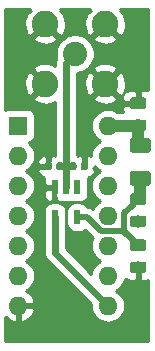
<source format=gbr>
G04 #@! TF.GenerationSoftware,KiCad,Pcbnew,(5.1.4)-1*
G04 #@! TF.CreationDate,2019-10-02T12:40:23-04:00*
G04 #@! TF.ProjectId,clock_buffer,636c6f63-6b5f-4627-9566-6665722e6b69,rev?*
G04 #@! TF.SameCoordinates,Original*
G04 #@! TF.FileFunction,Copper,L1,Top*
G04 #@! TF.FilePolarity,Positive*
%FSLAX46Y46*%
G04 Gerber Fmt 4.6, Leading zero omitted, Abs format (unit mm)*
G04 Created by KiCad (PCBNEW (5.1.4)-1) date 2019-10-02 12:40:23*
%MOMM*%
%LPD*%
G04 APERTURE LIST*
%ADD10C,0.100000*%
%ADD11C,0.975000*%
%ADD12C,0.590000*%
%ADD13R,0.590000X1.210000*%
%ADD14C,1.250000*%
%ADD15O,1.600000X1.600000*%
%ADD16R,1.600000X1.600000*%
%ADD17C,2.250000*%
%ADD18C,2.050000*%
%ADD19C,0.800000*%
%ADD20C,1.000000*%
%ADD21C,0.500000*%
%ADD22C,0.400000*%
%ADD23C,0.600000*%
%ADD24C,0.254000*%
G04 APERTURE END LIST*
D10*
G36*
X156944142Y-107385174D02*
G01*
X156967803Y-107388684D01*
X156991007Y-107394496D01*
X157013529Y-107402554D01*
X157035153Y-107412782D01*
X157055670Y-107425079D01*
X157074883Y-107439329D01*
X157092607Y-107455393D01*
X157108671Y-107473117D01*
X157122921Y-107492330D01*
X157135218Y-107512847D01*
X157145446Y-107534471D01*
X157153504Y-107556993D01*
X157159316Y-107580197D01*
X157162826Y-107603858D01*
X157164000Y-107627750D01*
X157164000Y-108115250D01*
X157162826Y-108139142D01*
X157159316Y-108162803D01*
X157153504Y-108186007D01*
X157145446Y-108208529D01*
X157135218Y-108230153D01*
X157122921Y-108250670D01*
X157108671Y-108269883D01*
X157092607Y-108287607D01*
X157074883Y-108303671D01*
X157055670Y-108317921D01*
X157035153Y-108330218D01*
X157013529Y-108340446D01*
X156991007Y-108348504D01*
X156967803Y-108354316D01*
X156944142Y-108357826D01*
X156920250Y-108359000D01*
X156007750Y-108359000D01*
X155983858Y-108357826D01*
X155960197Y-108354316D01*
X155936993Y-108348504D01*
X155914471Y-108340446D01*
X155892847Y-108330218D01*
X155872330Y-108317921D01*
X155853117Y-108303671D01*
X155835393Y-108287607D01*
X155819329Y-108269883D01*
X155805079Y-108250670D01*
X155792782Y-108230153D01*
X155782554Y-108208529D01*
X155774496Y-108186007D01*
X155768684Y-108162803D01*
X155765174Y-108139142D01*
X155764000Y-108115250D01*
X155764000Y-107627750D01*
X155765174Y-107603858D01*
X155768684Y-107580197D01*
X155774496Y-107556993D01*
X155782554Y-107534471D01*
X155792782Y-107512847D01*
X155805079Y-107492330D01*
X155819329Y-107473117D01*
X155835393Y-107455393D01*
X155853117Y-107439329D01*
X155872330Y-107425079D01*
X155892847Y-107412782D01*
X155914471Y-107402554D01*
X155936993Y-107394496D01*
X155960197Y-107388684D01*
X155983858Y-107385174D01*
X156007750Y-107384000D01*
X156920250Y-107384000D01*
X156944142Y-107385174D01*
X156944142Y-107385174D01*
G37*
D11*
X156464000Y-107871500D03*
D10*
G36*
X156944142Y-105510174D02*
G01*
X156967803Y-105513684D01*
X156991007Y-105519496D01*
X157013529Y-105527554D01*
X157035153Y-105537782D01*
X157055670Y-105550079D01*
X157074883Y-105564329D01*
X157092607Y-105580393D01*
X157108671Y-105598117D01*
X157122921Y-105617330D01*
X157135218Y-105637847D01*
X157145446Y-105659471D01*
X157153504Y-105681993D01*
X157159316Y-105705197D01*
X157162826Y-105728858D01*
X157164000Y-105752750D01*
X157164000Y-106240250D01*
X157162826Y-106264142D01*
X157159316Y-106287803D01*
X157153504Y-106311007D01*
X157145446Y-106333529D01*
X157135218Y-106355153D01*
X157122921Y-106375670D01*
X157108671Y-106394883D01*
X157092607Y-106412607D01*
X157074883Y-106428671D01*
X157055670Y-106442921D01*
X157035153Y-106455218D01*
X157013529Y-106465446D01*
X156991007Y-106473504D01*
X156967803Y-106479316D01*
X156944142Y-106482826D01*
X156920250Y-106484000D01*
X156007750Y-106484000D01*
X155983858Y-106482826D01*
X155960197Y-106479316D01*
X155936993Y-106473504D01*
X155914471Y-106465446D01*
X155892847Y-106455218D01*
X155872330Y-106442921D01*
X155853117Y-106428671D01*
X155835393Y-106412607D01*
X155819329Y-106394883D01*
X155805079Y-106375670D01*
X155792782Y-106355153D01*
X155782554Y-106333529D01*
X155774496Y-106311007D01*
X155768684Y-106287803D01*
X155765174Y-106264142D01*
X155764000Y-106240250D01*
X155764000Y-105752750D01*
X155765174Y-105728858D01*
X155768684Y-105705197D01*
X155774496Y-105681993D01*
X155782554Y-105659471D01*
X155792782Y-105637847D01*
X155805079Y-105617330D01*
X155819329Y-105598117D01*
X155835393Y-105580393D01*
X155853117Y-105564329D01*
X155872330Y-105550079D01*
X155892847Y-105537782D01*
X155914471Y-105527554D01*
X155936993Y-105519496D01*
X155960197Y-105513684D01*
X155983858Y-105510174D01*
X156007750Y-105509000D01*
X156920250Y-105509000D01*
X156944142Y-105510174D01*
X156944142Y-105510174D01*
G37*
D11*
X156464000Y-105996500D03*
D10*
G36*
X152053958Y-98994710D02*
G01*
X152068276Y-98996834D01*
X152082317Y-99000351D01*
X152095946Y-99005228D01*
X152109031Y-99011417D01*
X152121447Y-99018858D01*
X152133073Y-99027481D01*
X152143798Y-99037202D01*
X152153519Y-99047927D01*
X152162142Y-99059553D01*
X152169583Y-99071969D01*
X152175772Y-99085054D01*
X152180649Y-99098683D01*
X152184166Y-99112724D01*
X152186290Y-99127042D01*
X152187000Y-99141500D01*
X152187000Y-99486500D01*
X152186290Y-99500958D01*
X152184166Y-99515276D01*
X152180649Y-99529317D01*
X152175772Y-99542946D01*
X152169583Y-99556031D01*
X152162142Y-99568447D01*
X152153519Y-99580073D01*
X152143798Y-99590798D01*
X152133073Y-99600519D01*
X152121447Y-99609142D01*
X152109031Y-99616583D01*
X152095946Y-99622772D01*
X152082317Y-99627649D01*
X152068276Y-99631166D01*
X152053958Y-99633290D01*
X152039500Y-99634000D01*
X151744500Y-99634000D01*
X151730042Y-99633290D01*
X151715724Y-99631166D01*
X151701683Y-99627649D01*
X151688054Y-99622772D01*
X151674969Y-99616583D01*
X151662553Y-99609142D01*
X151650927Y-99600519D01*
X151640202Y-99590798D01*
X151630481Y-99580073D01*
X151621858Y-99568447D01*
X151614417Y-99556031D01*
X151608228Y-99542946D01*
X151603351Y-99529317D01*
X151599834Y-99515276D01*
X151597710Y-99500958D01*
X151597000Y-99486500D01*
X151597000Y-99141500D01*
X151597710Y-99127042D01*
X151599834Y-99112724D01*
X151603351Y-99098683D01*
X151608228Y-99085054D01*
X151614417Y-99071969D01*
X151621858Y-99059553D01*
X151630481Y-99047927D01*
X151640202Y-99037202D01*
X151650927Y-99027481D01*
X151662553Y-99018858D01*
X151674969Y-99011417D01*
X151688054Y-99005228D01*
X151701683Y-99000351D01*
X151715724Y-98996834D01*
X151730042Y-98994710D01*
X151744500Y-98994000D01*
X152039500Y-98994000D01*
X152053958Y-98994710D01*
X152053958Y-98994710D01*
G37*
D12*
X151892000Y-99314000D03*
D10*
G36*
X151083958Y-98994710D02*
G01*
X151098276Y-98996834D01*
X151112317Y-99000351D01*
X151125946Y-99005228D01*
X151139031Y-99011417D01*
X151151447Y-99018858D01*
X151163073Y-99027481D01*
X151173798Y-99037202D01*
X151183519Y-99047927D01*
X151192142Y-99059553D01*
X151199583Y-99071969D01*
X151205772Y-99085054D01*
X151210649Y-99098683D01*
X151214166Y-99112724D01*
X151216290Y-99127042D01*
X151217000Y-99141500D01*
X151217000Y-99486500D01*
X151216290Y-99500958D01*
X151214166Y-99515276D01*
X151210649Y-99529317D01*
X151205772Y-99542946D01*
X151199583Y-99556031D01*
X151192142Y-99568447D01*
X151183519Y-99580073D01*
X151173798Y-99590798D01*
X151163073Y-99600519D01*
X151151447Y-99609142D01*
X151139031Y-99616583D01*
X151125946Y-99622772D01*
X151112317Y-99627649D01*
X151098276Y-99631166D01*
X151083958Y-99633290D01*
X151069500Y-99634000D01*
X150774500Y-99634000D01*
X150760042Y-99633290D01*
X150745724Y-99631166D01*
X150731683Y-99627649D01*
X150718054Y-99622772D01*
X150704969Y-99616583D01*
X150692553Y-99609142D01*
X150680927Y-99600519D01*
X150670202Y-99590798D01*
X150660481Y-99580073D01*
X150651858Y-99568447D01*
X150644417Y-99556031D01*
X150638228Y-99542946D01*
X150633351Y-99529317D01*
X150629834Y-99515276D01*
X150627710Y-99500958D01*
X150627000Y-99486500D01*
X150627000Y-99141500D01*
X150627710Y-99127042D01*
X150629834Y-99112724D01*
X150633351Y-99098683D01*
X150638228Y-99085054D01*
X150644417Y-99071969D01*
X150651858Y-99059553D01*
X150660481Y-99047927D01*
X150670202Y-99037202D01*
X150680927Y-99027481D01*
X150692553Y-99018858D01*
X150704969Y-99011417D01*
X150718054Y-99005228D01*
X150731683Y-99000351D01*
X150745724Y-98996834D01*
X150760042Y-98994710D01*
X150774500Y-98994000D01*
X151069500Y-98994000D01*
X151083958Y-98994710D01*
X151083958Y-98994710D01*
G37*
D12*
X150922000Y-99314000D03*
D10*
G36*
X149998958Y-98994710D02*
G01*
X150013276Y-98996834D01*
X150027317Y-99000351D01*
X150040946Y-99005228D01*
X150054031Y-99011417D01*
X150066447Y-99018858D01*
X150078073Y-99027481D01*
X150088798Y-99037202D01*
X150098519Y-99047927D01*
X150107142Y-99059553D01*
X150114583Y-99071969D01*
X150120772Y-99085054D01*
X150125649Y-99098683D01*
X150129166Y-99112724D01*
X150131290Y-99127042D01*
X150132000Y-99141500D01*
X150132000Y-99486500D01*
X150131290Y-99500958D01*
X150129166Y-99515276D01*
X150125649Y-99529317D01*
X150120772Y-99542946D01*
X150114583Y-99556031D01*
X150107142Y-99568447D01*
X150098519Y-99580073D01*
X150088798Y-99590798D01*
X150078073Y-99600519D01*
X150066447Y-99609142D01*
X150054031Y-99616583D01*
X150040946Y-99622772D01*
X150027317Y-99627649D01*
X150013276Y-99631166D01*
X149998958Y-99633290D01*
X149984500Y-99634000D01*
X149689500Y-99634000D01*
X149675042Y-99633290D01*
X149660724Y-99631166D01*
X149646683Y-99627649D01*
X149633054Y-99622772D01*
X149619969Y-99616583D01*
X149607553Y-99609142D01*
X149595927Y-99600519D01*
X149585202Y-99590798D01*
X149575481Y-99580073D01*
X149566858Y-99568447D01*
X149559417Y-99556031D01*
X149553228Y-99542946D01*
X149548351Y-99529317D01*
X149544834Y-99515276D01*
X149542710Y-99500958D01*
X149542000Y-99486500D01*
X149542000Y-99141500D01*
X149542710Y-99127042D01*
X149544834Y-99112724D01*
X149548351Y-99098683D01*
X149553228Y-99085054D01*
X149559417Y-99071969D01*
X149566858Y-99059553D01*
X149575481Y-99047927D01*
X149585202Y-99037202D01*
X149595927Y-99027481D01*
X149607553Y-99018858D01*
X149619969Y-99011417D01*
X149633054Y-99005228D01*
X149646683Y-99000351D01*
X149660724Y-98996834D01*
X149675042Y-98994710D01*
X149689500Y-98994000D01*
X149984500Y-98994000D01*
X149998958Y-98994710D01*
X149998958Y-98994710D01*
G37*
D12*
X149837000Y-99314000D03*
D10*
G36*
X149028958Y-98994710D02*
G01*
X149043276Y-98996834D01*
X149057317Y-99000351D01*
X149070946Y-99005228D01*
X149084031Y-99011417D01*
X149096447Y-99018858D01*
X149108073Y-99027481D01*
X149118798Y-99037202D01*
X149128519Y-99047927D01*
X149137142Y-99059553D01*
X149144583Y-99071969D01*
X149150772Y-99085054D01*
X149155649Y-99098683D01*
X149159166Y-99112724D01*
X149161290Y-99127042D01*
X149162000Y-99141500D01*
X149162000Y-99486500D01*
X149161290Y-99500958D01*
X149159166Y-99515276D01*
X149155649Y-99529317D01*
X149150772Y-99542946D01*
X149144583Y-99556031D01*
X149137142Y-99568447D01*
X149128519Y-99580073D01*
X149118798Y-99590798D01*
X149108073Y-99600519D01*
X149096447Y-99609142D01*
X149084031Y-99616583D01*
X149070946Y-99622772D01*
X149057317Y-99627649D01*
X149043276Y-99631166D01*
X149028958Y-99633290D01*
X149014500Y-99634000D01*
X148719500Y-99634000D01*
X148705042Y-99633290D01*
X148690724Y-99631166D01*
X148676683Y-99627649D01*
X148663054Y-99622772D01*
X148649969Y-99616583D01*
X148637553Y-99609142D01*
X148625927Y-99600519D01*
X148615202Y-99590798D01*
X148605481Y-99580073D01*
X148596858Y-99568447D01*
X148589417Y-99556031D01*
X148583228Y-99542946D01*
X148578351Y-99529317D01*
X148574834Y-99515276D01*
X148572710Y-99500958D01*
X148572000Y-99486500D01*
X148572000Y-99141500D01*
X148572710Y-99127042D01*
X148574834Y-99112724D01*
X148578351Y-99098683D01*
X148583228Y-99085054D01*
X148589417Y-99071969D01*
X148596858Y-99059553D01*
X148605481Y-99047927D01*
X148615202Y-99037202D01*
X148625927Y-99027481D01*
X148637553Y-99018858D01*
X148649969Y-99011417D01*
X148663054Y-99005228D01*
X148676683Y-99000351D01*
X148690724Y-98996834D01*
X148705042Y-98994710D01*
X148719500Y-98994000D01*
X149014500Y-98994000D01*
X149028958Y-98994710D01*
X149028958Y-98994710D01*
G37*
D12*
X148867000Y-99314000D03*
D13*
X151318000Y-103617000D03*
X149418000Y-103617000D03*
X149418000Y-101107000D03*
X150368000Y-101107000D03*
X151318000Y-101107000D03*
D10*
G36*
X156944142Y-103496674D02*
G01*
X156967803Y-103500184D01*
X156991007Y-103505996D01*
X157013529Y-103514054D01*
X157035153Y-103524282D01*
X157055670Y-103536579D01*
X157074883Y-103550829D01*
X157092607Y-103566893D01*
X157108671Y-103584617D01*
X157122921Y-103603830D01*
X157135218Y-103624347D01*
X157145446Y-103645971D01*
X157153504Y-103668493D01*
X157159316Y-103691697D01*
X157162826Y-103715358D01*
X157164000Y-103739250D01*
X157164000Y-104226750D01*
X157162826Y-104250642D01*
X157159316Y-104274303D01*
X157153504Y-104297507D01*
X157145446Y-104320029D01*
X157135218Y-104341653D01*
X157122921Y-104362170D01*
X157108671Y-104381383D01*
X157092607Y-104399107D01*
X157074883Y-104415171D01*
X157055670Y-104429421D01*
X157035153Y-104441718D01*
X157013529Y-104451946D01*
X156991007Y-104460004D01*
X156967803Y-104465816D01*
X156944142Y-104469326D01*
X156920250Y-104470500D01*
X156007750Y-104470500D01*
X155983858Y-104469326D01*
X155960197Y-104465816D01*
X155936993Y-104460004D01*
X155914471Y-104451946D01*
X155892847Y-104441718D01*
X155872330Y-104429421D01*
X155853117Y-104415171D01*
X155835393Y-104399107D01*
X155819329Y-104381383D01*
X155805079Y-104362170D01*
X155792782Y-104341653D01*
X155782554Y-104320029D01*
X155774496Y-104297507D01*
X155768684Y-104274303D01*
X155765174Y-104250642D01*
X155764000Y-104226750D01*
X155764000Y-103739250D01*
X155765174Y-103715358D01*
X155768684Y-103691697D01*
X155774496Y-103668493D01*
X155782554Y-103645971D01*
X155792782Y-103624347D01*
X155805079Y-103603830D01*
X155819329Y-103584617D01*
X155835393Y-103566893D01*
X155853117Y-103550829D01*
X155872330Y-103536579D01*
X155892847Y-103524282D01*
X155914471Y-103514054D01*
X155936993Y-103505996D01*
X155960197Y-103500184D01*
X155983858Y-103496674D01*
X156007750Y-103495500D01*
X156920250Y-103495500D01*
X156944142Y-103496674D01*
X156944142Y-103496674D01*
G37*
D11*
X156464000Y-103983000D03*
D10*
G36*
X156944142Y-101621674D02*
G01*
X156967803Y-101625184D01*
X156991007Y-101630996D01*
X157013529Y-101639054D01*
X157035153Y-101649282D01*
X157055670Y-101661579D01*
X157074883Y-101675829D01*
X157092607Y-101691893D01*
X157108671Y-101709617D01*
X157122921Y-101728830D01*
X157135218Y-101749347D01*
X157145446Y-101770971D01*
X157153504Y-101793493D01*
X157159316Y-101816697D01*
X157162826Y-101840358D01*
X157164000Y-101864250D01*
X157164000Y-102351750D01*
X157162826Y-102375642D01*
X157159316Y-102399303D01*
X157153504Y-102422507D01*
X157145446Y-102445029D01*
X157135218Y-102466653D01*
X157122921Y-102487170D01*
X157108671Y-102506383D01*
X157092607Y-102524107D01*
X157074883Y-102540171D01*
X157055670Y-102554421D01*
X157035153Y-102566718D01*
X157013529Y-102576946D01*
X156991007Y-102585004D01*
X156967803Y-102590816D01*
X156944142Y-102594326D01*
X156920250Y-102595500D01*
X156007750Y-102595500D01*
X155983858Y-102594326D01*
X155960197Y-102590816D01*
X155936993Y-102585004D01*
X155914471Y-102576946D01*
X155892847Y-102566718D01*
X155872330Y-102554421D01*
X155853117Y-102540171D01*
X155835393Y-102524107D01*
X155819329Y-102506383D01*
X155805079Y-102487170D01*
X155792782Y-102466653D01*
X155782554Y-102445029D01*
X155774496Y-102422507D01*
X155768684Y-102399303D01*
X155765174Y-102375642D01*
X155764000Y-102351750D01*
X155764000Y-101864250D01*
X155765174Y-101840358D01*
X155768684Y-101816697D01*
X155774496Y-101793493D01*
X155782554Y-101770971D01*
X155792782Y-101749347D01*
X155805079Y-101728830D01*
X155819329Y-101709617D01*
X155835393Y-101691893D01*
X155853117Y-101675829D01*
X155872330Y-101661579D01*
X155892847Y-101649282D01*
X155914471Y-101639054D01*
X155936993Y-101630996D01*
X155960197Y-101625184D01*
X155983858Y-101621674D01*
X156007750Y-101620500D01*
X156920250Y-101620500D01*
X156944142Y-101621674D01*
X156944142Y-101621674D01*
G37*
D11*
X156464000Y-102108000D03*
D10*
G36*
X156944142Y-93493674D02*
G01*
X156967803Y-93497184D01*
X156991007Y-93502996D01*
X157013529Y-93511054D01*
X157035153Y-93521282D01*
X157055670Y-93533579D01*
X157074883Y-93547829D01*
X157092607Y-93563893D01*
X157108671Y-93581617D01*
X157122921Y-93600830D01*
X157135218Y-93621347D01*
X157145446Y-93642971D01*
X157153504Y-93665493D01*
X157159316Y-93688697D01*
X157162826Y-93712358D01*
X157164000Y-93736250D01*
X157164000Y-94223750D01*
X157162826Y-94247642D01*
X157159316Y-94271303D01*
X157153504Y-94294507D01*
X157145446Y-94317029D01*
X157135218Y-94338653D01*
X157122921Y-94359170D01*
X157108671Y-94378383D01*
X157092607Y-94396107D01*
X157074883Y-94412171D01*
X157055670Y-94426421D01*
X157035153Y-94438718D01*
X157013529Y-94448946D01*
X156991007Y-94457004D01*
X156967803Y-94462816D01*
X156944142Y-94466326D01*
X156920250Y-94467500D01*
X156007750Y-94467500D01*
X155983858Y-94466326D01*
X155960197Y-94462816D01*
X155936993Y-94457004D01*
X155914471Y-94448946D01*
X155892847Y-94438718D01*
X155872330Y-94426421D01*
X155853117Y-94412171D01*
X155835393Y-94396107D01*
X155819329Y-94378383D01*
X155805079Y-94359170D01*
X155792782Y-94338653D01*
X155782554Y-94317029D01*
X155774496Y-94294507D01*
X155768684Y-94271303D01*
X155765174Y-94247642D01*
X155764000Y-94223750D01*
X155764000Y-93736250D01*
X155765174Y-93712358D01*
X155768684Y-93688697D01*
X155774496Y-93665493D01*
X155782554Y-93642971D01*
X155792782Y-93621347D01*
X155805079Y-93600830D01*
X155819329Y-93581617D01*
X155835393Y-93563893D01*
X155853117Y-93547829D01*
X155872330Y-93533579D01*
X155892847Y-93521282D01*
X155914471Y-93511054D01*
X155936993Y-93502996D01*
X155960197Y-93497184D01*
X155983858Y-93493674D01*
X156007750Y-93492500D01*
X156920250Y-93492500D01*
X156944142Y-93493674D01*
X156944142Y-93493674D01*
G37*
D11*
X156464000Y-93980000D03*
D10*
G36*
X156944142Y-95368674D02*
G01*
X156967803Y-95372184D01*
X156991007Y-95377996D01*
X157013529Y-95386054D01*
X157035153Y-95396282D01*
X157055670Y-95408579D01*
X157074883Y-95422829D01*
X157092607Y-95438893D01*
X157108671Y-95456617D01*
X157122921Y-95475830D01*
X157135218Y-95496347D01*
X157145446Y-95517971D01*
X157153504Y-95540493D01*
X157159316Y-95563697D01*
X157162826Y-95587358D01*
X157164000Y-95611250D01*
X157164000Y-96098750D01*
X157162826Y-96122642D01*
X157159316Y-96146303D01*
X157153504Y-96169507D01*
X157145446Y-96192029D01*
X157135218Y-96213653D01*
X157122921Y-96234170D01*
X157108671Y-96253383D01*
X157092607Y-96271107D01*
X157074883Y-96287171D01*
X157055670Y-96301421D01*
X157035153Y-96313718D01*
X157013529Y-96323946D01*
X156991007Y-96332004D01*
X156967803Y-96337816D01*
X156944142Y-96341326D01*
X156920250Y-96342500D01*
X156007750Y-96342500D01*
X155983858Y-96341326D01*
X155960197Y-96337816D01*
X155936993Y-96332004D01*
X155914471Y-96323946D01*
X155892847Y-96313718D01*
X155872330Y-96301421D01*
X155853117Y-96287171D01*
X155835393Y-96271107D01*
X155819329Y-96253383D01*
X155805079Y-96234170D01*
X155792782Y-96213653D01*
X155782554Y-96192029D01*
X155774496Y-96169507D01*
X155768684Y-96146303D01*
X155765174Y-96122642D01*
X155764000Y-96098750D01*
X155764000Y-95611250D01*
X155765174Y-95587358D01*
X155768684Y-95563697D01*
X155774496Y-95540493D01*
X155782554Y-95517971D01*
X155792782Y-95496347D01*
X155805079Y-95475830D01*
X155819329Y-95456617D01*
X155835393Y-95438893D01*
X155853117Y-95422829D01*
X155872330Y-95408579D01*
X155892847Y-95396282D01*
X155914471Y-95386054D01*
X155936993Y-95377996D01*
X155960197Y-95372184D01*
X155983858Y-95368674D01*
X156007750Y-95367500D01*
X156920250Y-95367500D01*
X156944142Y-95368674D01*
X156944142Y-95368674D01*
G37*
D11*
X156464000Y-95855000D03*
D10*
G36*
X157304004Y-99712204D02*
G01*
X157328273Y-99715804D01*
X157352071Y-99721765D01*
X157375171Y-99730030D01*
X157397349Y-99740520D01*
X157418393Y-99753133D01*
X157438098Y-99767747D01*
X157456277Y-99784223D01*
X157472753Y-99802402D01*
X157487367Y-99822107D01*
X157499980Y-99843151D01*
X157510470Y-99865329D01*
X157518735Y-99888429D01*
X157524696Y-99912227D01*
X157528296Y-99936496D01*
X157529500Y-99961000D01*
X157529500Y-100711000D01*
X157528296Y-100735504D01*
X157524696Y-100759773D01*
X157518735Y-100783571D01*
X157510470Y-100806671D01*
X157499980Y-100828849D01*
X157487367Y-100849893D01*
X157472753Y-100869598D01*
X157456277Y-100887777D01*
X157438098Y-100904253D01*
X157418393Y-100918867D01*
X157397349Y-100931480D01*
X157375171Y-100941970D01*
X157352071Y-100950235D01*
X157328273Y-100956196D01*
X157304004Y-100959796D01*
X157279500Y-100961000D01*
X156029500Y-100961000D01*
X156004996Y-100959796D01*
X155980727Y-100956196D01*
X155956929Y-100950235D01*
X155933829Y-100941970D01*
X155911651Y-100931480D01*
X155890607Y-100918867D01*
X155870902Y-100904253D01*
X155852723Y-100887777D01*
X155836247Y-100869598D01*
X155821633Y-100849893D01*
X155809020Y-100828849D01*
X155798530Y-100806671D01*
X155790265Y-100783571D01*
X155784304Y-100759773D01*
X155780704Y-100735504D01*
X155779500Y-100711000D01*
X155779500Y-99961000D01*
X155780704Y-99936496D01*
X155784304Y-99912227D01*
X155790265Y-99888429D01*
X155798530Y-99865329D01*
X155809020Y-99843151D01*
X155821633Y-99822107D01*
X155836247Y-99802402D01*
X155852723Y-99784223D01*
X155870902Y-99767747D01*
X155890607Y-99753133D01*
X155911651Y-99740520D01*
X155933829Y-99730030D01*
X155956929Y-99721765D01*
X155980727Y-99715804D01*
X156004996Y-99712204D01*
X156029500Y-99711000D01*
X157279500Y-99711000D01*
X157304004Y-99712204D01*
X157304004Y-99712204D01*
G37*
D14*
X156654500Y-100336000D03*
D10*
G36*
X157304004Y-96912204D02*
G01*
X157328273Y-96915804D01*
X157352071Y-96921765D01*
X157375171Y-96930030D01*
X157397349Y-96940520D01*
X157418393Y-96953133D01*
X157438098Y-96967747D01*
X157456277Y-96984223D01*
X157472753Y-97002402D01*
X157487367Y-97022107D01*
X157499980Y-97043151D01*
X157510470Y-97065329D01*
X157518735Y-97088429D01*
X157524696Y-97112227D01*
X157528296Y-97136496D01*
X157529500Y-97161000D01*
X157529500Y-97911000D01*
X157528296Y-97935504D01*
X157524696Y-97959773D01*
X157518735Y-97983571D01*
X157510470Y-98006671D01*
X157499980Y-98028849D01*
X157487367Y-98049893D01*
X157472753Y-98069598D01*
X157456277Y-98087777D01*
X157438098Y-98104253D01*
X157418393Y-98118867D01*
X157397349Y-98131480D01*
X157375171Y-98141970D01*
X157352071Y-98150235D01*
X157328273Y-98156196D01*
X157304004Y-98159796D01*
X157279500Y-98161000D01*
X156029500Y-98161000D01*
X156004996Y-98159796D01*
X155980727Y-98156196D01*
X155956929Y-98150235D01*
X155933829Y-98141970D01*
X155911651Y-98131480D01*
X155890607Y-98118867D01*
X155870902Y-98104253D01*
X155852723Y-98087777D01*
X155836247Y-98069598D01*
X155821633Y-98049893D01*
X155809020Y-98028849D01*
X155798530Y-98006671D01*
X155790265Y-97983571D01*
X155784304Y-97959773D01*
X155780704Y-97935504D01*
X155779500Y-97911000D01*
X155779500Y-97161000D01*
X155780704Y-97136496D01*
X155784304Y-97112227D01*
X155790265Y-97088429D01*
X155798530Y-97065329D01*
X155809020Y-97043151D01*
X155821633Y-97022107D01*
X155836247Y-97002402D01*
X155852723Y-96984223D01*
X155870902Y-96967747D01*
X155890607Y-96953133D01*
X155911651Y-96940520D01*
X155933829Y-96930030D01*
X155956929Y-96921765D01*
X155980727Y-96915804D01*
X156004996Y-96912204D01*
X156029500Y-96911000D01*
X157279500Y-96911000D01*
X157304004Y-96912204D01*
X157304004Y-96912204D01*
G37*
D14*
X156654500Y-97536000D03*
D15*
X153924000Y-95885000D03*
X146304000Y-111125000D03*
X153924000Y-98425000D03*
X146304000Y-108585000D03*
X153924000Y-100965000D03*
X146304000Y-106045000D03*
X153924000Y-103505000D03*
X146304000Y-103505000D03*
X153924000Y-106045000D03*
X146304000Y-100965000D03*
X153924000Y-108585000D03*
X146304000Y-98425000D03*
X153924000Y-111125000D03*
D16*
X146304000Y-95885000D03*
D17*
X148590000Y-92329000D03*
X148590000Y-87249000D03*
X153670000Y-87249000D03*
X153670000Y-92329000D03*
D18*
X151130000Y-89789000D03*
D19*
X156464000Y-104140000D03*
D20*
X156434000Y-95885000D02*
X156464000Y-95855000D01*
X153924000Y-95885000D02*
X156434000Y-95885000D01*
X156464000Y-97345500D02*
X156654500Y-97536000D01*
X156464000Y-95855000D02*
X156464000Y-97345500D01*
X156654500Y-101917500D02*
X156464000Y-102108000D01*
X156654500Y-100336000D02*
X156654500Y-101917500D01*
D21*
X152113000Y-103617000D02*
X151318000Y-103617000D01*
X153290999Y-104794999D02*
X152113000Y-103617000D01*
X155262499Y-104794999D02*
X153290999Y-104794999D01*
X156464000Y-105996500D02*
X155262499Y-104794999D01*
X155907763Y-102664237D02*
X156464000Y-102108000D01*
X155313990Y-103258010D02*
X155907763Y-102664237D01*
X155313990Y-104846490D02*
X155313990Y-103258010D01*
X156464000Y-105996500D02*
X155313990Y-104846490D01*
D22*
X151089000Y-89830000D02*
X151130000Y-89789000D01*
D23*
X150368000Y-90551000D02*
X151130000Y-89789000D01*
X149837000Y-99314000D02*
X150368000Y-99314000D01*
X150368000Y-101107000D02*
X150368000Y-99314000D01*
X150368000Y-99314000D02*
X150368000Y-90551000D01*
X150368000Y-99314000D02*
X150922000Y-99314000D01*
X149418000Y-106619000D02*
X149418000Y-103617000D01*
X153924000Y-111125000D02*
X149418000Y-106619000D01*
D24*
G36*
X147250101Y-86088709D02*
G01*
X147365467Y-86204075D01*
X147088286Y-86314921D01*
X146934911Y-86625840D01*
X146845140Y-86960705D01*
X146822424Y-87306650D01*
X146867634Y-87650380D01*
X146979034Y-87978685D01*
X147088286Y-88183079D01*
X147365469Y-88293926D01*
X148410395Y-87249000D01*
X148396253Y-87234858D01*
X148575858Y-87055253D01*
X148590000Y-87069395D01*
X148604143Y-87055253D01*
X148783748Y-87234858D01*
X148769605Y-87249000D01*
X149814531Y-88293926D01*
X150091714Y-88183079D01*
X150245089Y-87872160D01*
X150334860Y-87537295D01*
X150357576Y-87191350D01*
X150312366Y-86847620D01*
X150200966Y-86519315D01*
X150091714Y-86314921D01*
X149814533Y-86204075D01*
X149929899Y-86088709D01*
X149872190Y-86031000D01*
X152387810Y-86031000D01*
X152330101Y-86088709D01*
X152445467Y-86204075D01*
X152168286Y-86314921D01*
X152014911Y-86625840D01*
X151925140Y-86960705D01*
X151902424Y-87306650D01*
X151947634Y-87650380D01*
X152059034Y-87978685D01*
X152168286Y-88183079D01*
X152445469Y-88293926D01*
X153490395Y-87249000D01*
X153476253Y-87234858D01*
X153655858Y-87055253D01*
X153670000Y-87069395D01*
X153684143Y-87055253D01*
X153863748Y-87234858D01*
X153849605Y-87249000D01*
X154894531Y-88293926D01*
X155171714Y-88183079D01*
X155325089Y-87872160D01*
X155414860Y-87537295D01*
X155437576Y-87191350D01*
X155392366Y-86847620D01*
X155280966Y-86519315D01*
X155171714Y-86314921D01*
X154894533Y-86204075D01*
X155009899Y-86088709D01*
X154952190Y-86031000D01*
X157301000Y-86031000D01*
X157301000Y-92870485D01*
X157288482Y-92866688D01*
X157164000Y-92854428D01*
X156749750Y-92857500D01*
X156591000Y-93016250D01*
X156591000Y-93853000D01*
X156611000Y-93853000D01*
X156611000Y-94107000D01*
X156591000Y-94107000D01*
X156591000Y-94127000D01*
X156337000Y-94127000D01*
X156337000Y-94107000D01*
X155287750Y-94107000D01*
X155129000Y-94265750D01*
X155125928Y-94467500D01*
X155138188Y-94591982D01*
X155174498Y-94711680D01*
X155199257Y-94758000D01*
X154800139Y-94758000D01*
X154720634Y-94692752D01*
X154472731Y-94560245D01*
X154203741Y-94478648D01*
X153994098Y-94458000D01*
X153853902Y-94458000D01*
X153644259Y-94478648D01*
X153375269Y-94560245D01*
X153127366Y-94692752D01*
X152910077Y-94871077D01*
X152731752Y-95088366D01*
X152599245Y-95336269D01*
X152517648Y-95605259D01*
X152490096Y-95885000D01*
X152517648Y-96164741D01*
X152599245Y-96433731D01*
X152731752Y-96681634D01*
X152910077Y-96898923D01*
X153127366Y-97077248D01*
X153272830Y-97155000D01*
X153127366Y-97232752D01*
X152910077Y-97411077D01*
X152731752Y-97628366D01*
X152599245Y-97876269D01*
X152517648Y-98145259D01*
X152490096Y-98425000D01*
X152491239Y-98436600D01*
X152431180Y-98404498D01*
X152311482Y-98368188D01*
X152187000Y-98355928D01*
X152177750Y-98359000D01*
X152019000Y-98517750D01*
X152019000Y-99187000D01*
X152039000Y-99187000D01*
X152039000Y-99441000D01*
X152019000Y-99441000D01*
X152019000Y-99461000D01*
X151847033Y-99461000D01*
X151847033Y-99379509D01*
X151853485Y-99314000D01*
X151847033Y-99248491D01*
X151847033Y-99141500D01*
X151832093Y-98989811D01*
X151787847Y-98843951D01*
X151765000Y-98801207D01*
X151765000Y-98517750D01*
X151606250Y-98359000D01*
X151597000Y-98355928D01*
X151472518Y-98368188D01*
X151352820Y-98404498D01*
X151335707Y-98413645D01*
X151295000Y-98401297D01*
X151295000Y-93553531D01*
X152625074Y-93553531D01*
X152735921Y-93830714D01*
X153046840Y-93984089D01*
X153381705Y-94073860D01*
X153727650Y-94096576D01*
X154071380Y-94051366D01*
X154399685Y-93939966D01*
X154604079Y-93830714D01*
X154714926Y-93553531D01*
X153670000Y-92508605D01*
X152625074Y-93553531D01*
X151295000Y-93553531D01*
X151295000Y-92386650D01*
X151902424Y-92386650D01*
X151947634Y-92730380D01*
X152059034Y-93058685D01*
X152168286Y-93263079D01*
X152445469Y-93373926D01*
X153490395Y-92329000D01*
X153849605Y-92329000D01*
X154894531Y-93373926D01*
X155169787Y-93263850D01*
X155138188Y-93368018D01*
X155125928Y-93492500D01*
X155129000Y-93694250D01*
X155287750Y-93853000D01*
X156337000Y-93853000D01*
X156337000Y-93016250D01*
X156178250Y-92857500D01*
X155764000Y-92854428D01*
X155639518Y-92866688D01*
X155519820Y-92902998D01*
X155409506Y-92961963D01*
X155312815Y-93041315D01*
X155233463Y-93138006D01*
X155232801Y-93139244D01*
X155325089Y-92952160D01*
X155414860Y-92617295D01*
X155437576Y-92271350D01*
X155392366Y-91927620D01*
X155280966Y-91599315D01*
X155171714Y-91394921D01*
X154894531Y-91284074D01*
X153849605Y-92329000D01*
X153490395Y-92329000D01*
X152445469Y-91284074D01*
X152168286Y-91394921D01*
X152014911Y-91705840D01*
X151925140Y-92040705D01*
X151902424Y-92386650D01*
X151295000Y-92386650D01*
X151295000Y-91440544D01*
X151611871Y-91377514D01*
X151912515Y-91252983D01*
X152134782Y-91104469D01*
X152625074Y-91104469D01*
X153670000Y-92149395D01*
X154714926Y-91104469D01*
X154604079Y-90827286D01*
X154293160Y-90673911D01*
X153958295Y-90584140D01*
X153612350Y-90561424D01*
X153268620Y-90606634D01*
X152940315Y-90718034D01*
X152735921Y-90827286D01*
X152625074Y-91104469D01*
X152134782Y-91104469D01*
X152183088Y-91072192D01*
X152413192Y-90842088D01*
X152593983Y-90571515D01*
X152718514Y-90270871D01*
X152782000Y-89951708D01*
X152782000Y-89626292D01*
X152718514Y-89307129D01*
X152593983Y-89006485D01*
X152413192Y-88735912D01*
X152183088Y-88505808D01*
X152134783Y-88473531D01*
X152625074Y-88473531D01*
X152735921Y-88750714D01*
X153046840Y-88904089D01*
X153381705Y-88993860D01*
X153727650Y-89016576D01*
X154071380Y-88971366D01*
X154399685Y-88859966D01*
X154604079Y-88750714D01*
X154714926Y-88473531D01*
X153670000Y-87428605D01*
X152625074Y-88473531D01*
X152134783Y-88473531D01*
X151912515Y-88325017D01*
X151611871Y-88200486D01*
X151292708Y-88137000D01*
X150967292Y-88137000D01*
X150648129Y-88200486D01*
X150347485Y-88325017D01*
X150076912Y-88505808D01*
X149846808Y-88735912D01*
X149666017Y-89006485D01*
X149541486Y-89307129D01*
X149478000Y-89626292D01*
X149478000Y-89951708D01*
X149521181Y-90168792D01*
X149507420Y-90194537D01*
X149490390Y-90250679D01*
X149454414Y-90369276D01*
X149441001Y-90505462D01*
X149436516Y-90551000D01*
X149441001Y-90596537D01*
X149441001Y-90786304D01*
X149213160Y-90673911D01*
X148878295Y-90584140D01*
X148532350Y-90561424D01*
X148188620Y-90606634D01*
X147860315Y-90718034D01*
X147655921Y-90827286D01*
X147545074Y-91104469D01*
X148590000Y-92149395D01*
X148604143Y-92135253D01*
X148783748Y-92314858D01*
X148769605Y-92329000D01*
X148783748Y-92343143D01*
X148604143Y-92522748D01*
X148590000Y-92508605D01*
X147545074Y-93553531D01*
X147655921Y-93830714D01*
X147966840Y-93984089D01*
X148301705Y-94073860D01*
X148647650Y-94096576D01*
X148991380Y-94051366D01*
X149319685Y-93939966D01*
X149441001Y-93875121D01*
X149441000Y-98408274D01*
X149423293Y-98413645D01*
X149406180Y-98404498D01*
X149286482Y-98368188D01*
X149162000Y-98355928D01*
X149152750Y-98359000D01*
X148994000Y-98517750D01*
X148994000Y-98801207D01*
X148971153Y-98843951D01*
X148926907Y-98989811D01*
X148911967Y-99141500D01*
X148911967Y-99248491D01*
X148905515Y-99314000D01*
X148911967Y-99379509D01*
X148911967Y-99461000D01*
X148740000Y-99461000D01*
X148740000Y-99441000D01*
X148095750Y-99441000D01*
X147937000Y-99599750D01*
X147933928Y-99634000D01*
X147946188Y-99758482D01*
X147982498Y-99878180D01*
X148041463Y-99988494D01*
X148120815Y-100085185D01*
X148217506Y-100164537D01*
X148327820Y-100223502D01*
X148447518Y-100259812D01*
X148530417Y-100267977D01*
X148497188Y-100377518D01*
X148484928Y-100502000D01*
X148488000Y-100821250D01*
X148646750Y-100980000D01*
X149291000Y-100980000D01*
X149291000Y-100960000D01*
X149441000Y-100960000D01*
X149441000Y-101152537D01*
X149442967Y-101172509D01*
X149442967Y-101712000D01*
X149455073Y-101834913D01*
X149490925Y-101953103D01*
X149545000Y-102054270D01*
X149545000Y-102188250D01*
X149703750Y-102347000D01*
X149713000Y-102350072D01*
X149837482Y-102337812D01*
X149906781Y-102316790D01*
X149950087Y-102329927D01*
X150073000Y-102342033D01*
X150663000Y-102342033D01*
X150785913Y-102329927D01*
X150843000Y-102312610D01*
X150900087Y-102329927D01*
X151023000Y-102342033D01*
X151613000Y-102342033D01*
X151735913Y-102329927D01*
X151854103Y-102294075D01*
X151963028Y-102235853D01*
X152058501Y-102157501D01*
X152136853Y-102062028D01*
X152195075Y-101953103D01*
X152230927Y-101834913D01*
X152243033Y-101712000D01*
X152243033Y-100502000D01*
X152230927Y-100379087D01*
X152198132Y-100270976D01*
X152311482Y-100259812D01*
X152431180Y-100223502D01*
X152541494Y-100164537D01*
X152638185Y-100085185D01*
X152717537Y-99988494D01*
X152776502Y-99878180D01*
X152812812Y-99758482D01*
X152825072Y-99634000D01*
X152822000Y-99599750D01*
X152663252Y-99441002D01*
X152822000Y-99441002D01*
X152822000Y-99331601D01*
X152910077Y-99438923D01*
X153127366Y-99617248D01*
X153272830Y-99695000D01*
X153127366Y-99772752D01*
X152910077Y-99951077D01*
X152731752Y-100168366D01*
X152599245Y-100416269D01*
X152517648Y-100685259D01*
X152490096Y-100965000D01*
X152517648Y-101244741D01*
X152599245Y-101513731D01*
X152731752Y-101761634D01*
X152910077Y-101978923D01*
X153127366Y-102157248D01*
X153272830Y-102235000D01*
X153127366Y-102312752D01*
X152910077Y-102491077D01*
X152731752Y-102708366D01*
X152627014Y-102904316D01*
X152602592Y-102884273D01*
X152450237Y-102802838D01*
X152284922Y-102752690D01*
X152179809Y-102742337D01*
X152136853Y-102661972D01*
X152058501Y-102566499D01*
X151963028Y-102488147D01*
X151854103Y-102429925D01*
X151735913Y-102394073D01*
X151613000Y-102381967D01*
X151023000Y-102381967D01*
X150900087Y-102394073D01*
X150781897Y-102429925D01*
X150672972Y-102488147D01*
X150577499Y-102566499D01*
X150499147Y-102661972D01*
X150440925Y-102770897D01*
X150405073Y-102889087D01*
X150392967Y-103012000D01*
X150392967Y-104222000D01*
X150405073Y-104344913D01*
X150440925Y-104463103D01*
X150499147Y-104572028D01*
X150577499Y-104667501D01*
X150672972Y-104745853D01*
X150781897Y-104804075D01*
X150900087Y-104839927D01*
X151023000Y-104852033D01*
X151613000Y-104852033D01*
X151735913Y-104839927D01*
X151854103Y-104804075D01*
X151963028Y-104745853D01*
X151984207Y-104728472D01*
X152640402Y-105384667D01*
X152651603Y-105398315D01*
X152599245Y-105496269D01*
X152517648Y-105765259D01*
X152490096Y-106045000D01*
X152517648Y-106324741D01*
X152599245Y-106593731D01*
X152731752Y-106841634D01*
X152910077Y-107058923D01*
X153127366Y-107237248D01*
X153272830Y-107315000D01*
X153127366Y-107392752D01*
X152910077Y-107571077D01*
X152731752Y-107788366D01*
X152599245Y-108036269D01*
X152517648Y-108305259D01*
X152508466Y-108398491D01*
X150345000Y-106235025D01*
X150345000Y-103571462D01*
X150343033Y-103551490D01*
X150343033Y-103012000D01*
X150330927Y-102889087D01*
X150295075Y-102770897D01*
X150236853Y-102661972D01*
X150158501Y-102566499D01*
X150063028Y-102488147D01*
X149954103Y-102429925D01*
X149835913Y-102394073D01*
X149713000Y-102381967D01*
X149123000Y-102381967D01*
X149000087Y-102394073D01*
X148881897Y-102429925D01*
X148772972Y-102488147D01*
X148677499Y-102566499D01*
X148599147Y-102661972D01*
X148540925Y-102770897D01*
X148505073Y-102889087D01*
X148492967Y-103012000D01*
X148492967Y-103551501D01*
X148491001Y-103571462D01*
X148491000Y-106573472D01*
X148486516Y-106619000D01*
X148491000Y-106664527D01*
X148491000Y-106664537D01*
X148504413Y-106800723D01*
X148544483Y-106932815D01*
X148557420Y-106975463D01*
X148643499Y-107136505D01*
X148678085Y-107178648D01*
X148759341Y-107277659D01*
X148794713Y-107306688D01*
X152501118Y-111013093D01*
X152490096Y-111125000D01*
X152517648Y-111404741D01*
X152599245Y-111673731D01*
X152731752Y-111921634D01*
X152910077Y-112138923D01*
X153127366Y-112317248D01*
X153375269Y-112449755D01*
X153644259Y-112531352D01*
X153853902Y-112552000D01*
X153994098Y-112552000D01*
X154203741Y-112531352D01*
X154472731Y-112449755D01*
X154720634Y-112317248D01*
X154937923Y-112138923D01*
X155116248Y-111921634D01*
X155248755Y-111673731D01*
X155330352Y-111404741D01*
X155357904Y-111125000D01*
X155330352Y-110845259D01*
X155248755Y-110576269D01*
X155116248Y-110328366D01*
X154937923Y-110111077D01*
X154720634Y-109932752D01*
X154575170Y-109855000D01*
X154720634Y-109777248D01*
X154937923Y-109598923D01*
X155116248Y-109381634D01*
X155248755Y-109133731D01*
X155330352Y-108864741D01*
X155334012Y-108827581D01*
X155409506Y-108889537D01*
X155519820Y-108948502D01*
X155639518Y-108984812D01*
X155764000Y-108997072D01*
X156178250Y-108994000D01*
X156337000Y-108835250D01*
X156337000Y-107998500D01*
X156317000Y-107998500D01*
X156317000Y-107744500D01*
X156337000Y-107744500D01*
X156337000Y-107724500D01*
X156591000Y-107724500D01*
X156591000Y-107744500D01*
X156611000Y-107744500D01*
X156611000Y-107998500D01*
X156591000Y-107998500D01*
X156591000Y-108835250D01*
X156749750Y-108994000D01*
X157164000Y-108997072D01*
X157288482Y-108984812D01*
X157301001Y-108981014D01*
X157301001Y-114121000D01*
X145213000Y-114121000D01*
X145213000Y-112051340D01*
X145240481Y-112088414D01*
X145448869Y-112277385D01*
X145690119Y-112422070D01*
X145954960Y-112516909D01*
X146177000Y-112395624D01*
X146177000Y-111252000D01*
X146431000Y-111252000D01*
X146431000Y-112395624D01*
X146653040Y-112516909D01*
X146917881Y-112422070D01*
X147159131Y-112277385D01*
X147367519Y-112088414D01*
X147535037Y-111862420D01*
X147655246Y-111608087D01*
X147695904Y-111474039D01*
X147573915Y-111252000D01*
X146431000Y-111252000D01*
X146177000Y-111252000D01*
X146157000Y-111252000D01*
X146157000Y-110998000D01*
X146177000Y-110998000D01*
X146177000Y-110978000D01*
X146431000Y-110978000D01*
X146431000Y-110998000D01*
X147573915Y-110998000D01*
X147695904Y-110775961D01*
X147655246Y-110641913D01*
X147535037Y-110387580D01*
X147367519Y-110161586D01*
X147159131Y-109972615D01*
X146959320Y-109852782D01*
X147100634Y-109777248D01*
X147317923Y-109598923D01*
X147496248Y-109381634D01*
X147628755Y-109133731D01*
X147710352Y-108864741D01*
X147737904Y-108585000D01*
X147710352Y-108305259D01*
X147628755Y-108036269D01*
X147496248Y-107788366D01*
X147317923Y-107571077D01*
X147100634Y-107392752D01*
X146955170Y-107315000D01*
X147100634Y-107237248D01*
X147317923Y-107058923D01*
X147496248Y-106841634D01*
X147628755Y-106593731D01*
X147710352Y-106324741D01*
X147737904Y-106045000D01*
X147710352Y-105765259D01*
X147628755Y-105496269D01*
X147496248Y-105248366D01*
X147317923Y-105031077D01*
X147100634Y-104852752D01*
X146955170Y-104775000D01*
X147100634Y-104697248D01*
X147317923Y-104518923D01*
X147496248Y-104301634D01*
X147628755Y-104053731D01*
X147710352Y-103784741D01*
X147737904Y-103505000D01*
X147710352Y-103225259D01*
X147628755Y-102956269D01*
X147496248Y-102708366D01*
X147317923Y-102491077D01*
X147100634Y-102312752D01*
X146955170Y-102235000D01*
X147100634Y-102157248D01*
X147317923Y-101978923D01*
X147496248Y-101761634D01*
X147522777Y-101712000D01*
X148484928Y-101712000D01*
X148497188Y-101836482D01*
X148533498Y-101956180D01*
X148592463Y-102066494D01*
X148671815Y-102163185D01*
X148768506Y-102242537D01*
X148878820Y-102301502D01*
X148998518Y-102337812D01*
X149123000Y-102350072D01*
X149132250Y-102347000D01*
X149291000Y-102188250D01*
X149291000Y-101234000D01*
X148646750Y-101234000D01*
X148488000Y-101392750D01*
X148484928Y-101712000D01*
X147522777Y-101712000D01*
X147628755Y-101513731D01*
X147710352Y-101244741D01*
X147737904Y-100965000D01*
X147710352Y-100685259D01*
X147628755Y-100416269D01*
X147496248Y-100168366D01*
X147317923Y-99951077D01*
X147100634Y-99772752D01*
X146955170Y-99695000D01*
X147100634Y-99617248D01*
X147317923Y-99438923D01*
X147496248Y-99221634D01*
X147617920Y-98994000D01*
X147933928Y-98994000D01*
X147937000Y-99028250D01*
X148095750Y-99187000D01*
X148740000Y-99187000D01*
X148740000Y-98517750D01*
X148581250Y-98359000D01*
X148572000Y-98355928D01*
X148447518Y-98368188D01*
X148327820Y-98404498D01*
X148217506Y-98463463D01*
X148120815Y-98542815D01*
X148041463Y-98639506D01*
X147982498Y-98749820D01*
X147946188Y-98869518D01*
X147933928Y-98994000D01*
X147617920Y-98994000D01*
X147628755Y-98973731D01*
X147710352Y-98704741D01*
X147737904Y-98425000D01*
X147710352Y-98145259D01*
X147628755Y-97876269D01*
X147496248Y-97628366D01*
X147317923Y-97411077D01*
X147190511Y-97306512D01*
X147226913Y-97302927D01*
X147345103Y-97267075D01*
X147454028Y-97208853D01*
X147549501Y-97130501D01*
X147627853Y-97035028D01*
X147686075Y-96926103D01*
X147721927Y-96807913D01*
X147734033Y-96685000D01*
X147734033Y-95085000D01*
X147721927Y-94962087D01*
X147686075Y-94843897D01*
X147627853Y-94734972D01*
X147549501Y-94639499D01*
X147454028Y-94561147D01*
X147345103Y-94502925D01*
X147226913Y-94467073D01*
X147104000Y-94454967D01*
X145504000Y-94454967D01*
X145381087Y-94467073D01*
X145262897Y-94502925D01*
X145213000Y-94529596D01*
X145213000Y-92386650D01*
X146822424Y-92386650D01*
X146867634Y-92730380D01*
X146979034Y-93058685D01*
X147088286Y-93263079D01*
X147365469Y-93373926D01*
X148410395Y-92329000D01*
X147365469Y-91284074D01*
X147088286Y-91394921D01*
X146934911Y-91705840D01*
X146845140Y-92040705D01*
X146822424Y-92386650D01*
X145213000Y-92386650D01*
X145213000Y-88473531D01*
X147545074Y-88473531D01*
X147655921Y-88750714D01*
X147966840Y-88904089D01*
X148301705Y-88993860D01*
X148647650Y-89016576D01*
X148991380Y-88971366D01*
X149319685Y-88859966D01*
X149524079Y-88750714D01*
X149634926Y-88473531D01*
X148590000Y-87428605D01*
X147545074Y-88473531D01*
X145213000Y-88473531D01*
X145213000Y-86031000D01*
X147307810Y-86031000D01*
X147250101Y-86088709D01*
X147250101Y-86088709D01*
G37*
X147250101Y-86088709D02*
X147365467Y-86204075D01*
X147088286Y-86314921D01*
X146934911Y-86625840D01*
X146845140Y-86960705D01*
X146822424Y-87306650D01*
X146867634Y-87650380D01*
X146979034Y-87978685D01*
X147088286Y-88183079D01*
X147365469Y-88293926D01*
X148410395Y-87249000D01*
X148396253Y-87234858D01*
X148575858Y-87055253D01*
X148590000Y-87069395D01*
X148604143Y-87055253D01*
X148783748Y-87234858D01*
X148769605Y-87249000D01*
X149814531Y-88293926D01*
X150091714Y-88183079D01*
X150245089Y-87872160D01*
X150334860Y-87537295D01*
X150357576Y-87191350D01*
X150312366Y-86847620D01*
X150200966Y-86519315D01*
X150091714Y-86314921D01*
X149814533Y-86204075D01*
X149929899Y-86088709D01*
X149872190Y-86031000D01*
X152387810Y-86031000D01*
X152330101Y-86088709D01*
X152445467Y-86204075D01*
X152168286Y-86314921D01*
X152014911Y-86625840D01*
X151925140Y-86960705D01*
X151902424Y-87306650D01*
X151947634Y-87650380D01*
X152059034Y-87978685D01*
X152168286Y-88183079D01*
X152445469Y-88293926D01*
X153490395Y-87249000D01*
X153476253Y-87234858D01*
X153655858Y-87055253D01*
X153670000Y-87069395D01*
X153684143Y-87055253D01*
X153863748Y-87234858D01*
X153849605Y-87249000D01*
X154894531Y-88293926D01*
X155171714Y-88183079D01*
X155325089Y-87872160D01*
X155414860Y-87537295D01*
X155437576Y-87191350D01*
X155392366Y-86847620D01*
X155280966Y-86519315D01*
X155171714Y-86314921D01*
X154894533Y-86204075D01*
X155009899Y-86088709D01*
X154952190Y-86031000D01*
X157301000Y-86031000D01*
X157301000Y-92870485D01*
X157288482Y-92866688D01*
X157164000Y-92854428D01*
X156749750Y-92857500D01*
X156591000Y-93016250D01*
X156591000Y-93853000D01*
X156611000Y-93853000D01*
X156611000Y-94107000D01*
X156591000Y-94107000D01*
X156591000Y-94127000D01*
X156337000Y-94127000D01*
X156337000Y-94107000D01*
X155287750Y-94107000D01*
X155129000Y-94265750D01*
X155125928Y-94467500D01*
X155138188Y-94591982D01*
X155174498Y-94711680D01*
X155199257Y-94758000D01*
X154800139Y-94758000D01*
X154720634Y-94692752D01*
X154472731Y-94560245D01*
X154203741Y-94478648D01*
X153994098Y-94458000D01*
X153853902Y-94458000D01*
X153644259Y-94478648D01*
X153375269Y-94560245D01*
X153127366Y-94692752D01*
X152910077Y-94871077D01*
X152731752Y-95088366D01*
X152599245Y-95336269D01*
X152517648Y-95605259D01*
X152490096Y-95885000D01*
X152517648Y-96164741D01*
X152599245Y-96433731D01*
X152731752Y-96681634D01*
X152910077Y-96898923D01*
X153127366Y-97077248D01*
X153272830Y-97155000D01*
X153127366Y-97232752D01*
X152910077Y-97411077D01*
X152731752Y-97628366D01*
X152599245Y-97876269D01*
X152517648Y-98145259D01*
X152490096Y-98425000D01*
X152491239Y-98436600D01*
X152431180Y-98404498D01*
X152311482Y-98368188D01*
X152187000Y-98355928D01*
X152177750Y-98359000D01*
X152019000Y-98517750D01*
X152019000Y-99187000D01*
X152039000Y-99187000D01*
X152039000Y-99441000D01*
X152019000Y-99441000D01*
X152019000Y-99461000D01*
X151847033Y-99461000D01*
X151847033Y-99379509D01*
X151853485Y-99314000D01*
X151847033Y-99248491D01*
X151847033Y-99141500D01*
X151832093Y-98989811D01*
X151787847Y-98843951D01*
X151765000Y-98801207D01*
X151765000Y-98517750D01*
X151606250Y-98359000D01*
X151597000Y-98355928D01*
X151472518Y-98368188D01*
X151352820Y-98404498D01*
X151335707Y-98413645D01*
X151295000Y-98401297D01*
X151295000Y-93553531D01*
X152625074Y-93553531D01*
X152735921Y-93830714D01*
X153046840Y-93984089D01*
X153381705Y-94073860D01*
X153727650Y-94096576D01*
X154071380Y-94051366D01*
X154399685Y-93939966D01*
X154604079Y-93830714D01*
X154714926Y-93553531D01*
X153670000Y-92508605D01*
X152625074Y-93553531D01*
X151295000Y-93553531D01*
X151295000Y-92386650D01*
X151902424Y-92386650D01*
X151947634Y-92730380D01*
X152059034Y-93058685D01*
X152168286Y-93263079D01*
X152445469Y-93373926D01*
X153490395Y-92329000D01*
X153849605Y-92329000D01*
X154894531Y-93373926D01*
X155169787Y-93263850D01*
X155138188Y-93368018D01*
X155125928Y-93492500D01*
X155129000Y-93694250D01*
X155287750Y-93853000D01*
X156337000Y-93853000D01*
X156337000Y-93016250D01*
X156178250Y-92857500D01*
X155764000Y-92854428D01*
X155639518Y-92866688D01*
X155519820Y-92902998D01*
X155409506Y-92961963D01*
X155312815Y-93041315D01*
X155233463Y-93138006D01*
X155232801Y-93139244D01*
X155325089Y-92952160D01*
X155414860Y-92617295D01*
X155437576Y-92271350D01*
X155392366Y-91927620D01*
X155280966Y-91599315D01*
X155171714Y-91394921D01*
X154894531Y-91284074D01*
X153849605Y-92329000D01*
X153490395Y-92329000D01*
X152445469Y-91284074D01*
X152168286Y-91394921D01*
X152014911Y-91705840D01*
X151925140Y-92040705D01*
X151902424Y-92386650D01*
X151295000Y-92386650D01*
X151295000Y-91440544D01*
X151611871Y-91377514D01*
X151912515Y-91252983D01*
X152134782Y-91104469D01*
X152625074Y-91104469D01*
X153670000Y-92149395D01*
X154714926Y-91104469D01*
X154604079Y-90827286D01*
X154293160Y-90673911D01*
X153958295Y-90584140D01*
X153612350Y-90561424D01*
X153268620Y-90606634D01*
X152940315Y-90718034D01*
X152735921Y-90827286D01*
X152625074Y-91104469D01*
X152134782Y-91104469D01*
X152183088Y-91072192D01*
X152413192Y-90842088D01*
X152593983Y-90571515D01*
X152718514Y-90270871D01*
X152782000Y-89951708D01*
X152782000Y-89626292D01*
X152718514Y-89307129D01*
X152593983Y-89006485D01*
X152413192Y-88735912D01*
X152183088Y-88505808D01*
X152134783Y-88473531D01*
X152625074Y-88473531D01*
X152735921Y-88750714D01*
X153046840Y-88904089D01*
X153381705Y-88993860D01*
X153727650Y-89016576D01*
X154071380Y-88971366D01*
X154399685Y-88859966D01*
X154604079Y-88750714D01*
X154714926Y-88473531D01*
X153670000Y-87428605D01*
X152625074Y-88473531D01*
X152134783Y-88473531D01*
X151912515Y-88325017D01*
X151611871Y-88200486D01*
X151292708Y-88137000D01*
X150967292Y-88137000D01*
X150648129Y-88200486D01*
X150347485Y-88325017D01*
X150076912Y-88505808D01*
X149846808Y-88735912D01*
X149666017Y-89006485D01*
X149541486Y-89307129D01*
X149478000Y-89626292D01*
X149478000Y-89951708D01*
X149521181Y-90168792D01*
X149507420Y-90194537D01*
X149490390Y-90250679D01*
X149454414Y-90369276D01*
X149441001Y-90505462D01*
X149436516Y-90551000D01*
X149441001Y-90596537D01*
X149441001Y-90786304D01*
X149213160Y-90673911D01*
X148878295Y-90584140D01*
X148532350Y-90561424D01*
X148188620Y-90606634D01*
X147860315Y-90718034D01*
X147655921Y-90827286D01*
X147545074Y-91104469D01*
X148590000Y-92149395D01*
X148604143Y-92135253D01*
X148783748Y-92314858D01*
X148769605Y-92329000D01*
X148783748Y-92343143D01*
X148604143Y-92522748D01*
X148590000Y-92508605D01*
X147545074Y-93553531D01*
X147655921Y-93830714D01*
X147966840Y-93984089D01*
X148301705Y-94073860D01*
X148647650Y-94096576D01*
X148991380Y-94051366D01*
X149319685Y-93939966D01*
X149441001Y-93875121D01*
X149441000Y-98408274D01*
X149423293Y-98413645D01*
X149406180Y-98404498D01*
X149286482Y-98368188D01*
X149162000Y-98355928D01*
X149152750Y-98359000D01*
X148994000Y-98517750D01*
X148994000Y-98801207D01*
X148971153Y-98843951D01*
X148926907Y-98989811D01*
X148911967Y-99141500D01*
X148911967Y-99248491D01*
X148905515Y-99314000D01*
X148911967Y-99379509D01*
X148911967Y-99461000D01*
X148740000Y-99461000D01*
X148740000Y-99441000D01*
X148095750Y-99441000D01*
X147937000Y-99599750D01*
X147933928Y-99634000D01*
X147946188Y-99758482D01*
X147982498Y-99878180D01*
X148041463Y-99988494D01*
X148120815Y-100085185D01*
X148217506Y-100164537D01*
X148327820Y-100223502D01*
X148447518Y-100259812D01*
X148530417Y-100267977D01*
X148497188Y-100377518D01*
X148484928Y-100502000D01*
X148488000Y-100821250D01*
X148646750Y-100980000D01*
X149291000Y-100980000D01*
X149291000Y-100960000D01*
X149441000Y-100960000D01*
X149441000Y-101152537D01*
X149442967Y-101172509D01*
X149442967Y-101712000D01*
X149455073Y-101834913D01*
X149490925Y-101953103D01*
X149545000Y-102054270D01*
X149545000Y-102188250D01*
X149703750Y-102347000D01*
X149713000Y-102350072D01*
X149837482Y-102337812D01*
X149906781Y-102316790D01*
X149950087Y-102329927D01*
X150073000Y-102342033D01*
X150663000Y-102342033D01*
X150785913Y-102329927D01*
X150843000Y-102312610D01*
X150900087Y-102329927D01*
X151023000Y-102342033D01*
X151613000Y-102342033D01*
X151735913Y-102329927D01*
X151854103Y-102294075D01*
X151963028Y-102235853D01*
X152058501Y-102157501D01*
X152136853Y-102062028D01*
X152195075Y-101953103D01*
X152230927Y-101834913D01*
X152243033Y-101712000D01*
X152243033Y-100502000D01*
X152230927Y-100379087D01*
X152198132Y-100270976D01*
X152311482Y-100259812D01*
X152431180Y-100223502D01*
X152541494Y-100164537D01*
X152638185Y-100085185D01*
X152717537Y-99988494D01*
X152776502Y-99878180D01*
X152812812Y-99758482D01*
X152825072Y-99634000D01*
X152822000Y-99599750D01*
X152663252Y-99441002D01*
X152822000Y-99441002D01*
X152822000Y-99331601D01*
X152910077Y-99438923D01*
X153127366Y-99617248D01*
X153272830Y-99695000D01*
X153127366Y-99772752D01*
X152910077Y-99951077D01*
X152731752Y-100168366D01*
X152599245Y-100416269D01*
X152517648Y-100685259D01*
X152490096Y-100965000D01*
X152517648Y-101244741D01*
X152599245Y-101513731D01*
X152731752Y-101761634D01*
X152910077Y-101978923D01*
X153127366Y-102157248D01*
X153272830Y-102235000D01*
X153127366Y-102312752D01*
X152910077Y-102491077D01*
X152731752Y-102708366D01*
X152627014Y-102904316D01*
X152602592Y-102884273D01*
X152450237Y-102802838D01*
X152284922Y-102752690D01*
X152179809Y-102742337D01*
X152136853Y-102661972D01*
X152058501Y-102566499D01*
X151963028Y-102488147D01*
X151854103Y-102429925D01*
X151735913Y-102394073D01*
X151613000Y-102381967D01*
X151023000Y-102381967D01*
X150900087Y-102394073D01*
X150781897Y-102429925D01*
X150672972Y-102488147D01*
X150577499Y-102566499D01*
X150499147Y-102661972D01*
X150440925Y-102770897D01*
X150405073Y-102889087D01*
X150392967Y-103012000D01*
X150392967Y-104222000D01*
X150405073Y-104344913D01*
X150440925Y-104463103D01*
X150499147Y-104572028D01*
X150577499Y-104667501D01*
X150672972Y-104745853D01*
X150781897Y-104804075D01*
X150900087Y-104839927D01*
X151023000Y-104852033D01*
X151613000Y-104852033D01*
X151735913Y-104839927D01*
X151854103Y-104804075D01*
X151963028Y-104745853D01*
X151984207Y-104728472D01*
X152640402Y-105384667D01*
X152651603Y-105398315D01*
X152599245Y-105496269D01*
X152517648Y-105765259D01*
X152490096Y-106045000D01*
X152517648Y-106324741D01*
X152599245Y-106593731D01*
X152731752Y-106841634D01*
X152910077Y-107058923D01*
X153127366Y-107237248D01*
X153272830Y-107315000D01*
X153127366Y-107392752D01*
X152910077Y-107571077D01*
X152731752Y-107788366D01*
X152599245Y-108036269D01*
X152517648Y-108305259D01*
X152508466Y-108398491D01*
X150345000Y-106235025D01*
X150345000Y-103571462D01*
X150343033Y-103551490D01*
X150343033Y-103012000D01*
X150330927Y-102889087D01*
X150295075Y-102770897D01*
X150236853Y-102661972D01*
X150158501Y-102566499D01*
X150063028Y-102488147D01*
X149954103Y-102429925D01*
X149835913Y-102394073D01*
X149713000Y-102381967D01*
X149123000Y-102381967D01*
X149000087Y-102394073D01*
X148881897Y-102429925D01*
X148772972Y-102488147D01*
X148677499Y-102566499D01*
X148599147Y-102661972D01*
X148540925Y-102770897D01*
X148505073Y-102889087D01*
X148492967Y-103012000D01*
X148492967Y-103551501D01*
X148491001Y-103571462D01*
X148491000Y-106573472D01*
X148486516Y-106619000D01*
X148491000Y-106664527D01*
X148491000Y-106664537D01*
X148504413Y-106800723D01*
X148544483Y-106932815D01*
X148557420Y-106975463D01*
X148643499Y-107136505D01*
X148678085Y-107178648D01*
X148759341Y-107277659D01*
X148794713Y-107306688D01*
X152501118Y-111013093D01*
X152490096Y-111125000D01*
X152517648Y-111404741D01*
X152599245Y-111673731D01*
X152731752Y-111921634D01*
X152910077Y-112138923D01*
X153127366Y-112317248D01*
X153375269Y-112449755D01*
X153644259Y-112531352D01*
X153853902Y-112552000D01*
X153994098Y-112552000D01*
X154203741Y-112531352D01*
X154472731Y-112449755D01*
X154720634Y-112317248D01*
X154937923Y-112138923D01*
X155116248Y-111921634D01*
X155248755Y-111673731D01*
X155330352Y-111404741D01*
X155357904Y-111125000D01*
X155330352Y-110845259D01*
X155248755Y-110576269D01*
X155116248Y-110328366D01*
X154937923Y-110111077D01*
X154720634Y-109932752D01*
X154575170Y-109855000D01*
X154720634Y-109777248D01*
X154937923Y-109598923D01*
X155116248Y-109381634D01*
X155248755Y-109133731D01*
X155330352Y-108864741D01*
X155334012Y-108827581D01*
X155409506Y-108889537D01*
X155519820Y-108948502D01*
X155639518Y-108984812D01*
X155764000Y-108997072D01*
X156178250Y-108994000D01*
X156337000Y-108835250D01*
X156337000Y-107998500D01*
X156317000Y-107998500D01*
X156317000Y-107744500D01*
X156337000Y-107744500D01*
X156337000Y-107724500D01*
X156591000Y-107724500D01*
X156591000Y-107744500D01*
X156611000Y-107744500D01*
X156611000Y-107998500D01*
X156591000Y-107998500D01*
X156591000Y-108835250D01*
X156749750Y-108994000D01*
X157164000Y-108997072D01*
X157288482Y-108984812D01*
X157301001Y-108981014D01*
X157301001Y-114121000D01*
X145213000Y-114121000D01*
X145213000Y-112051340D01*
X145240481Y-112088414D01*
X145448869Y-112277385D01*
X145690119Y-112422070D01*
X145954960Y-112516909D01*
X146177000Y-112395624D01*
X146177000Y-111252000D01*
X146431000Y-111252000D01*
X146431000Y-112395624D01*
X146653040Y-112516909D01*
X146917881Y-112422070D01*
X147159131Y-112277385D01*
X147367519Y-112088414D01*
X147535037Y-111862420D01*
X147655246Y-111608087D01*
X147695904Y-111474039D01*
X147573915Y-111252000D01*
X146431000Y-111252000D01*
X146177000Y-111252000D01*
X146157000Y-111252000D01*
X146157000Y-110998000D01*
X146177000Y-110998000D01*
X146177000Y-110978000D01*
X146431000Y-110978000D01*
X146431000Y-110998000D01*
X147573915Y-110998000D01*
X147695904Y-110775961D01*
X147655246Y-110641913D01*
X147535037Y-110387580D01*
X147367519Y-110161586D01*
X147159131Y-109972615D01*
X146959320Y-109852782D01*
X147100634Y-109777248D01*
X147317923Y-109598923D01*
X147496248Y-109381634D01*
X147628755Y-109133731D01*
X147710352Y-108864741D01*
X147737904Y-108585000D01*
X147710352Y-108305259D01*
X147628755Y-108036269D01*
X147496248Y-107788366D01*
X147317923Y-107571077D01*
X147100634Y-107392752D01*
X146955170Y-107315000D01*
X147100634Y-107237248D01*
X147317923Y-107058923D01*
X147496248Y-106841634D01*
X147628755Y-106593731D01*
X147710352Y-106324741D01*
X147737904Y-106045000D01*
X147710352Y-105765259D01*
X147628755Y-105496269D01*
X147496248Y-105248366D01*
X147317923Y-105031077D01*
X147100634Y-104852752D01*
X146955170Y-104775000D01*
X147100634Y-104697248D01*
X147317923Y-104518923D01*
X147496248Y-104301634D01*
X147628755Y-104053731D01*
X147710352Y-103784741D01*
X147737904Y-103505000D01*
X147710352Y-103225259D01*
X147628755Y-102956269D01*
X147496248Y-102708366D01*
X147317923Y-102491077D01*
X147100634Y-102312752D01*
X146955170Y-102235000D01*
X147100634Y-102157248D01*
X147317923Y-101978923D01*
X147496248Y-101761634D01*
X147522777Y-101712000D01*
X148484928Y-101712000D01*
X148497188Y-101836482D01*
X148533498Y-101956180D01*
X148592463Y-102066494D01*
X148671815Y-102163185D01*
X148768506Y-102242537D01*
X148878820Y-102301502D01*
X148998518Y-102337812D01*
X149123000Y-102350072D01*
X149132250Y-102347000D01*
X149291000Y-102188250D01*
X149291000Y-101234000D01*
X148646750Y-101234000D01*
X148488000Y-101392750D01*
X148484928Y-101712000D01*
X147522777Y-101712000D01*
X147628755Y-101513731D01*
X147710352Y-101244741D01*
X147737904Y-100965000D01*
X147710352Y-100685259D01*
X147628755Y-100416269D01*
X147496248Y-100168366D01*
X147317923Y-99951077D01*
X147100634Y-99772752D01*
X146955170Y-99695000D01*
X147100634Y-99617248D01*
X147317923Y-99438923D01*
X147496248Y-99221634D01*
X147617920Y-98994000D01*
X147933928Y-98994000D01*
X147937000Y-99028250D01*
X148095750Y-99187000D01*
X148740000Y-99187000D01*
X148740000Y-98517750D01*
X148581250Y-98359000D01*
X148572000Y-98355928D01*
X148447518Y-98368188D01*
X148327820Y-98404498D01*
X148217506Y-98463463D01*
X148120815Y-98542815D01*
X148041463Y-98639506D01*
X147982498Y-98749820D01*
X147946188Y-98869518D01*
X147933928Y-98994000D01*
X147617920Y-98994000D01*
X147628755Y-98973731D01*
X147710352Y-98704741D01*
X147737904Y-98425000D01*
X147710352Y-98145259D01*
X147628755Y-97876269D01*
X147496248Y-97628366D01*
X147317923Y-97411077D01*
X147190511Y-97306512D01*
X147226913Y-97302927D01*
X147345103Y-97267075D01*
X147454028Y-97208853D01*
X147549501Y-97130501D01*
X147627853Y-97035028D01*
X147686075Y-96926103D01*
X147721927Y-96807913D01*
X147734033Y-96685000D01*
X147734033Y-95085000D01*
X147721927Y-94962087D01*
X147686075Y-94843897D01*
X147627853Y-94734972D01*
X147549501Y-94639499D01*
X147454028Y-94561147D01*
X147345103Y-94502925D01*
X147226913Y-94467073D01*
X147104000Y-94454967D01*
X145504000Y-94454967D01*
X145381087Y-94467073D01*
X145262897Y-94502925D01*
X145213000Y-94529596D01*
X145213000Y-92386650D01*
X146822424Y-92386650D01*
X146867634Y-92730380D01*
X146979034Y-93058685D01*
X147088286Y-93263079D01*
X147365469Y-93373926D01*
X148410395Y-92329000D01*
X147365469Y-91284074D01*
X147088286Y-91394921D01*
X146934911Y-91705840D01*
X146845140Y-92040705D01*
X146822424Y-92386650D01*
X145213000Y-92386650D01*
X145213000Y-88473531D01*
X147545074Y-88473531D01*
X147655921Y-88750714D01*
X147966840Y-88904089D01*
X148301705Y-88993860D01*
X148647650Y-89016576D01*
X148991380Y-88971366D01*
X149319685Y-88859966D01*
X149524079Y-88750714D01*
X149634926Y-88473531D01*
X148590000Y-87428605D01*
X147545074Y-88473531D01*
X145213000Y-88473531D01*
X145213000Y-86031000D01*
X147307810Y-86031000D01*
X147250101Y-86088709D01*
G36*
X156591000Y-103856000D02*
G01*
X156611000Y-103856000D01*
X156611000Y-104110000D01*
X156591000Y-104110000D01*
X156591000Y-104130000D01*
X156337000Y-104130000D01*
X156337000Y-104110000D01*
X156317000Y-104110000D01*
X156317000Y-103856000D01*
X156337000Y-103856000D01*
X156337000Y-103836000D01*
X156591000Y-103836000D01*
X156591000Y-103856000D01*
X156591000Y-103856000D01*
G37*
X156591000Y-103856000D02*
X156611000Y-103856000D01*
X156611000Y-104110000D01*
X156591000Y-104110000D01*
X156591000Y-104130000D01*
X156337000Y-104130000D01*
X156337000Y-104110000D01*
X156317000Y-104110000D01*
X156317000Y-103856000D01*
X156337000Y-103856000D01*
X156337000Y-103836000D01*
X156591000Y-103836000D01*
X156591000Y-103856000D01*
M02*

</source>
